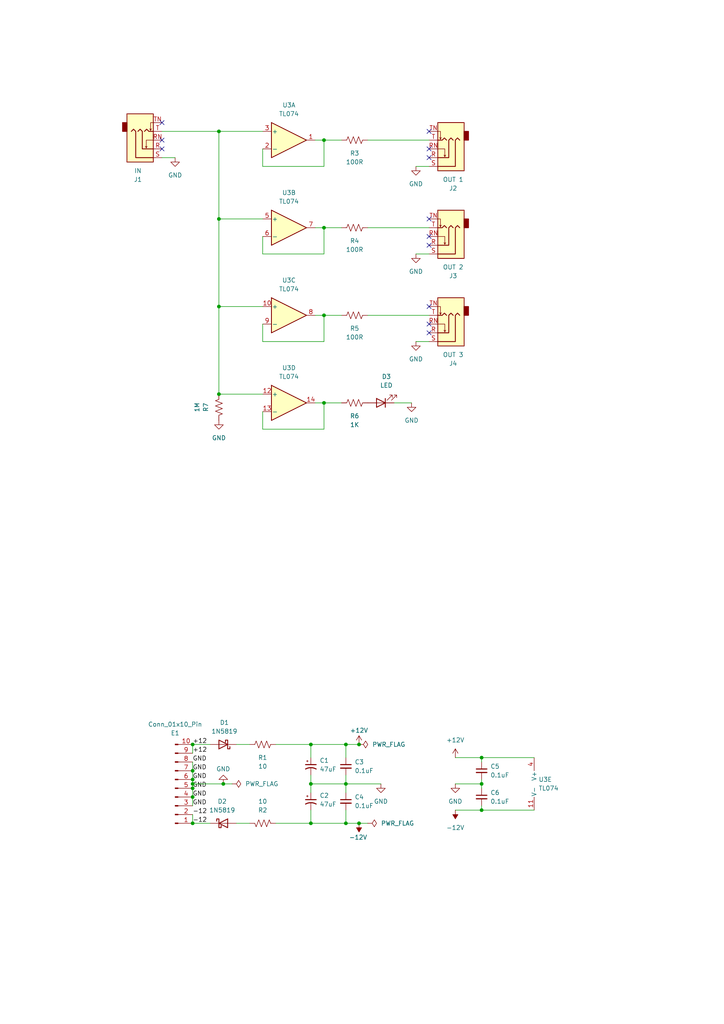
<source format=kicad_sch>
(kicad_sch (version 20250114) (generator "eeschema") (generator_version "9.0")
  (paper "A4" portrait)
  (lib_symbols
    (symbol "Amplifier_Operational:TL074" (pin_names (offset 0.127))
      (property "Reference" "U" (at 0 5.08 0))
      (property "Value" "TL074" (at 0 -5.08 0))
      (symbol "TL074_1_1"
        (polyline (pts (xy -5.08 5.08) (xy 5.08 0) (xy -5.08 -5.08) (xy -5.08 5.08)) (stroke (width 0.254)) (fill (type background)))
        (pin input line (at -7.62 2.54 0) (length 2.54) (name "+") (number "3"))
        (pin input line (at -7.62 -2.54 0) (length 2.54) (name "-") (number "2"))
        (pin output line (at 7.62 0 180) (length 2.54) (name "~") (number "1"))
      )
      (symbol "TL074_2_1"
        (polyline (pts (xy -5.08 5.08) (xy 5.08 0) (xy -5.08 -5.08) (xy -5.08 5.08)) (stroke (width 0.254)) (fill (type background)))
        (pin input line (at -7.62 2.54 0) (length 2.54) (name "+") (number "5"))
        (pin input line (at -7.62 -2.54 0) (length 2.54) (name "-") (number "6"))
        (pin output line (at 7.62 0 180) (length 2.54) (name "~") (number "7"))
      )
      (symbol "TL074_3_1"
        (polyline (pts (xy -5.08 5.08) (xy 5.08 0) (xy -5.08 -5.08) (xy -5.08 5.08)) (stroke (width 0.254)) (fill (type background)))
        (pin input line (at -7.62 2.54 0) (length 2.54) (name "+") (number "10"))
        (pin input line (at -7.62 -2.54 0) (length 2.54) (name "-") (number "9"))
        (pin output line (at 7.62 0 180) (length 2.54) (name "~") (number "8"))
      )
      (symbol "TL074_4_1"
        (polyline (pts (xy -5.08 5.08) (xy 5.08 0) (xy -5.08 -5.08) (xy -5.08 5.08)) (stroke (width 0.254)) (fill (type background)))
        (pin input line (at -7.62 2.54 0) (length 2.54) (name "+") (number "12"))
        (pin input line (at -7.62 -2.54 0) (length 2.54) (name "-") (number "13"))
        (pin output line (at 7.62 0 180) (length 2.54) (name "~") (number "14"))
      )
      (symbol "TL074_5_1"
        (pin power_in line (at -2.54 7.62 270) (length 3.81) (name "V+") (number "4"))
        (pin power_in line (at -2.54 -7.62 90) (length 3.81) (name "V-") (number "11"))
      )
    )
    (symbol "Connector:Conn_01x10_Pin" (pin_names (offset 1.016) (hide yes))
      (property "Reference" "J" (at 0 12.7 0))
      (property "Value" "Conn_01x10_Pin" (at 0 -15.24 0))
      (symbol "Conn_01x10_Pin_1_1"
        (rectangle (start 0.8636 10.287) (end 0 10.033) (stroke (width 0.1524)) (fill (type outline)))
        (rectangle (start 0.8636 7.747) (end 0 7.493) (stroke (width 0.1524)) (fill (type outline)))
        (rectangle (start 0.8636 5.207) (end 0 4.953) (stroke (width 0.1524)) (fill (type outline)))
        (rectangle (start 0.8636 2.667) (end 0 2.413) (stroke (width 0.1524)) (fill (type outline)))
        (rectangle (start 0.8636 0.127) (end 0 -0.127) (stroke (width 0.1524)) (fill (type outline)))
        (rectangle (start 0.8636 -2.413) (end 0 -2.667) (stroke (width 0.1524)) (fill (type outline)))
        (rectangle (start 0.8636 -4.953) (end 0 -5.207) (stroke (width 0.1524)) (fill (type outline)))
        (rectangle (start 0.8636 -7.493) (end 0 -7.747) (stroke (width 0.1524)) (fill (type outline)))
        (rectangle (start 0.8636 -10.033) (end 0 -10.287) (stroke (width 0.1524)) (fill (type outline)))
        (rectangle (start 0.8636 -12.573) (end 0 -12.827) (stroke (width 0.1524)) (fill (type outline)))
        (polyline (pts (xy 1.27 10.16) (xy 0.8636 10.16)) (stroke (width 0.1524)))
        (polyline (pts (xy 1.27 7.62) (xy 0.8636 7.62)) (stroke (width 0.1524)))
        (polyline (pts (xy 1.27 5.08) (xy 0.8636 5.08)) (stroke (width 0.1524)))
        (polyline (pts (xy 1.27 2.54) (xy 0.8636 2.54)) (stroke (width 0.1524)))
        (polyline (pts (xy 1.27 0) (xy 0.8636 0)) (stroke (width 0.1524)))
        (polyline (pts (xy 1.27 -2.54) (xy 0.8636 -2.54)) (stroke (width 0.1524)))
        (polyline (pts (xy 1.27 -5.08) (xy 0.8636 -5.08)) (stroke (width 0.1524)))
        (polyline (pts (xy 1.27 -7.62) (xy 0.8636 -7.62)) (stroke (width 0.1524)))
        (polyline (pts (xy 1.27 -10.16) (xy 0.8636 -10.16)) (stroke (width 0.1524)))
        (polyline (pts (xy 1.27 -12.7) (xy 0.8636 -12.7)) (stroke (width 0.1524)))
        (pin passive line (at 5.08 10.16 180) (length 3.81) (name "Pin_1") (number "1"))
        (pin passive line (at 5.08 7.62 180) (length 3.81) (name "Pin_2") (number "2"))
        (pin passive line (at 5.08 5.08 180) (length 3.81) (name "Pin_3") (number "3"))
        (pin passive line (at 5.08 2.54 180) (length 3.81) (name "Pin_4") (number "4"))
        (pin passive line (at 5.08 0 180) (length 3.81) (name "Pin_5") (number "5"))
        (pin passive line (at 5.08 -2.54 180) (length 3.81) (name "Pin_6") (number "6"))
        (pin passive line (at 5.08 -5.08 180) (length 3.81) (name "Pin_7") (number "7"))
        (pin passive line (at 5.08 -7.62 180) (length 3.81) (name "Pin_8") (number "8"))
        (pin passive line (at 5.08 -10.16 180) (length 3.81) (name "Pin_9") (number "9"))
        (pin passive line (at 5.08 -12.7 180) (length 3.81) (name "Pin_10") (number "10"))
      )
    )
    (symbol "Connector_Audio:AudioJack3_SwitchTR"
      (property "Reference" "J" (at 0 8.89 0))
      (property "Value" "AudioJack3_SwitchTR" (at 0 6.35 0))
      (symbol "AudioJack3_SwitchTR_0_1"
        (rectangle (start -5.08 -5.08) (end -6.35 -7.62) (stroke (width 0.254)) (fill (type outline)))
        (polyline (pts (xy -1.905 -5.08) (xy -1.27 -5.715) (xy -0.635 -5.08) (xy -0.635 0) (xy 2.54 0)) (stroke (width 0.254)))
        (polyline (pts (xy 0 -5.08) (xy 0.635 -5.715) (xy 1.27 -5.08) (xy 2.54 -5.08)) (stroke (width 0.254)))
        (polyline (pts (xy 0.508 -0.254) (xy 0.762 -0.762)))
        (polyline (pts (xy 1.778 -5.334) (xy 2.032 -5.842)))
        (rectangle (start 2.54 3.81) (end -5.08 -10.16) (stroke (width 0.254)) (fill (type background)))
        (polyline (pts (xy 2.54 2.54) (xy -2.54 2.54) (xy -2.54 -5.08) (xy -3.175 -5.715) (xy -3.81 -5.08)) (stroke (width 0.254)))
        (polyline (pts (xy 2.54 -2.54) (xy 0.508 -2.54) (xy 0.508 -0.254) (xy 0.254 -0.762)))
        (polyline (pts (xy 2.54 -7.62) (xy 1.778 -7.62) (xy 1.778 -5.334) (xy 1.524 -5.842)))
      )
      (symbol "AudioJack3_SwitchTR_1_1"
        (pin passive line (at 5.08 2.54 180) (length 2.54) (name "~") (number "S"))
        (pin passive line (at 5.08 0 180) (length 2.54) (name "~") (number "R"))
        (pin passive line (at 5.08 -2.54 180) (length 2.54) (name "~") (number "RN"))
        (pin passive line (at 5.08 -5.08 180) (length 2.54) (name "~") (number "T"))
        (pin passive line (at 5.08 -7.62 180) (length 2.54) (name "~") (number "TN"))
      )
    )
    (symbol "Device:C_Polarized_Small_US" (pin_numbers (hide yes)) (pin_names (offset 0.254) (hide yes))
      (property "Reference" "C" (at 0.254 1.778 0))
      (property "Value" "C_Polarized_Small_US" (at 0.254 -2.032 0))
      (symbol "C_Polarized_Small_US_0_1"
        (polyline (pts (xy -1.524 0.508) (xy 1.524 0.508)) (stroke (width 0.3048)))
        (polyline (pts (xy -1.27 1.524) (xy -0.762 1.524)))
        (polyline (pts (xy -1.016 1.27) (xy -1.016 1.778)))
        (arc (start -1.524 -0.762) (mid 0 -0.3734) (end 1.524 -0.762) (stroke (width 0.3048)))
      )
      (symbol "C_Polarized_Small_US_1_1"
        (pin passive line (at 0 2.54 270) (length 2.032) (name "~") (number "1"))
        (pin passive line (at 0 -2.54 90) (length 2.032) (name "~") (number "2"))
      )
    )
    (symbol "Device:C_Small" (pin_numbers (hide yes)) (pin_names (offset 0.254) (hide yes))
      (property "Reference" "C" (at 0.254 1.778 0))
      (property "Value" "C_Small" (at 0.254 -2.032 0))
      (symbol "C_Small_0_1"
        (polyline (pts (xy -1.524 0.508) (xy 1.524 0.508)) (stroke (width 0.3048)))
        (polyline (pts (xy -1.524 -0.508) (xy 1.524 -0.508)) (stroke (width 0.3302)))
      )
      (symbol "C_Small_1_1"
        (pin passive line (at 0 2.54 270) (length 2.032) (name "~") (number "1"))
        (pin passive line (at 0 -2.54 90) (length 2.032) (name "~") (number "2"))
      )
    )
    (symbol "Device:LED" (pin_numbers (hide yes)) (pin_names (offset 1.016) (hide yes))
      (property "Reference" "D" (at 0 2.54 0))
      (property "Value" "LED" (at 0 -2.54 0))
      (symbol "LED_0_1"
        (polyline (pts (xy -3.048 -0.762) (xy -4.572 -2.286) (xy -3.81 -2.286) (xy -4.572 -2.286) (xy -4.572 -1.524)))
        (polyline (pts (xy -1.778 -0.762) (xy -3.302 -2.286) (xy -2.54 -2.286) (xy -3.302 -2.286) (xy -3.302 -1.524)))
        (polyline (pts (xy -1.27 0) (xy 1.27 0)))
        (polyline (pts (xy -1.27 -1.27) (xy -1.27 1.27)) (stroke (width 0.254)))
        (polyline (pts (xy 1.27 -1.27) (xy 1.27 1.27) (xy -1.27 0) (xy 1.27 -1.27)) (stroke (width 0.254)))
      )
      (symbol "LED_1_1"
        (pin passive line (at -3.81 0 0) (length 2.54) (name "K") (number "1"))
        (pin passive line (at 3.81 0 180) (length 2.54) (name "A") (number "2"))
      )
    )
    (symbol "Device:R_US" (pin_numbers (hide yes)) (pin_names (offset 0))
      (property "Reference" "R" (at 2.54 0 90))
      (property "Value" "R_US" (at -2.54 0 90))
      (symbol "R_US_0_1"
        (polyline (pts (xy 0 2.286) (xy 0 2.54)))
        (polyline (pts (xy 0 2.286) (xy 1.016 1.905) (xy 0 1.524) (xy -1.016 1.143) (xy 0 0.762)))
        (polyline (pts (xy 0 0.762) (xy 1.016 0.381) (xy 0 0) (xy -1.016 -0.381) (xy 0 -0.762)))
        (polyline (pts (xy 0 -0.762) (xy 1.016 -1.143) (xy 0 -1.524) (xy -1.016 -1.905) (xy 0 -2.286)))
        (polyline (pts (xy 0 -2.286) (xy 0 -2.54)))
      )
      (symbol "R_US_1_1"
        (pin passive line (at 0 3.81 270) (length 1.27) (name "~") (number "1"))
        (pin passive line (at 0 -3.81 90) (length 1.27) (name "~") (number "2"))
      )
    )
    (symbol "Diode:1N5819" (pin_numbers (hide yes)) (pin_names (offset 1.016) (hide yes))
      (property "Reference" "D" (at 0 2.54 0))
      (property "Value" "1N5819" (at 0 -2.54 0))
      (symbol "1N5819_0_1"
        (polyline (pts (xy -1.905 0.635) (xy -1.905 1.27) (xy -1.27 1.27) (xy -1.27 -1.27) (xy -0.635 -1.27) (xy -0.635 -0.635)) (stroke (width 0.254)))
        (polyline (pts (xy 1.27 1.27) (xy 1.27 -1.27) (xy -1.27 0) (xy 1.27 1.27)) (stroke (width 0.254)))
        (polyline (pts (xy 1.27 0) (xy -1.27 0)))
      )
      (symbol "1N5819_1_1"
        (pin passive line (at -3.81 0 0) (length 2.54) (name "K") (number "1"))
        (pin passive line (at 3.81 0 180) (length 2.54) (name "A") (number "2"))
      )
    )
    (symbol "power:+12V" (power) (pin_numbers (hide yes)) (pin_names (offset 0) (hide yes))
      (property "Value" "+12V" (at 0 3.556 0))
      (symbol "+12V_0_1"
        (polyline (pts (xy -0.762 1.27) (xy 0 2.54)))
        (polyline (pts (xy 0 2.54) (xy 0.762 1.27)))
        (polyline (pts (xy 0 0) (xy 0 2.54)))
      )
      (symbol "+12V_1_1"
        (pin power_in line (at 0 0 90) (length 0) (name "~") (number "1"))
      )
    )
    (symbol "power:-12V" (power) (pin_numbers (hide yes)) (pin_names (offset 0) (hide yes))
      (property "Value" "-12V" (at 0 3.556 0))
      (symbol "-12V_0_0"
        (pin power_in line (at 0 0 90) (length 0) (name "~") (number "1"))
      )
      (symbol "-12V_0_1"
        (polyline (pts (xy 0 0) (xy 0 1.27) (xy 0.762 1.27) (xy 0 2.54) (xy -0.762 1.27) (xy 0 1.27)) (fill (type outline)))
      )
    )
    (symbol "power:GND" (power) (pin_numbers (hide yes)) (pin_names (offset 0) (hide yes))
      (property "Value" "GND" (at 0 -3.81 0))
      (symbol "GND_0_1"
        (polyline (pts (xy 0 0) (xy 0 -1.27) (xy 1.27 -1.27) (xy 0 -2.54) (xy -1.27 -1.27) (xy 0 -1.27)))
      )
      (symbol "GND_1_1"
        (pin power_in line (at 0 0 270) (length 0) (name "~") (number "1"))
      )
    )
    (symbol "power:PWR_FLAG" (power) (pin_numbers (hide yes)) (pin_names (offset 0) (hide yes))
      (property "Value" "PWR_FLAG" (at 0 3.81 0))
      (symbol "PWR_FLAG_0_0"
        (pin power_out line (at 0 0 90) (length 0) (name "~") (number "1"))
      )
      (symbol "PWR_FLAG_0_1"
        (polyline (pts (xy 0 0) (xy 0 1.27) (xy -1.016 1.905) (xy 0 2.54) (xy 1.016 1.905) (xy 0 1.27)))
      )
    )
  )
  (junction (at 55.88 226.06))
  (junction (at 55.88 228.6))
  (junction (at 90.17 215.9))
  (junction (at 93.98 40.64))
  (junction (at 55.88 231.14))
  (junction (at 139.7 227.33))
  (junction (at 100.33 215.9))
  (junction (at 55.88 227.33))
  (junction (at 64.77 227.33))
  (junction (at 104.14 215.9))
  (junction (at 139.7 234.95))
  (junction (at 100.33 227.33))
  (junction (at 90.17 238.76))
  (junction (at 90.17 227.33))
  (junction (at 63.5 114.3))
  (junction (at 139.7 219.71))
  (junction (at 55.88 238.76))
  (junction (at 93.98 91.44))
  (junction (at 55.88 223.52))
  (junction (at 93.98 66.04))
  (junction (at 93.98 116.84))
  (junction (at 63.5 38.1))
  (junction (at 104.14 238.76))
  (junction (at 100.33 238.76))
  (junction (at 63.5 88.9))
  (junction (at 63.5 63.5))
  (junction (at 55.88 215.9))
  (no_connect (at 124.46 63.5))
  (no_connect (at 124.46 93.98))
  (no_connect (at 124.46 45.72))
  (no_connect (at 46.99 43.18))
  (no_connect (at 124.46 71.12))
  (no_connect (at 124.46 96.52))
  (no_connect (at 46.99 35.56))
  (no_connect (at 124.46 38.1))
  (no_connect (at 46.99 40.64))
  (no_connect (at 124.46 88.9))
  (no_connect (at 124.46 68.58))
  (no_connect (at 124.46 43.18))
  (wire (pts (xy 100.33 227.33) (xy 100.33 229.87)))
  (wire (pts (xy 76.2 63.5) (xy 63.5 63.5)))
  (wire (pts (xy 100.33 215.9) (xy 100.33 219.71)))
  (wire (pts (xy 139.7 234.95) (xy 154.94 234.95)))
  (wire (pts (xy 99.06 116.84) (xy 93.98 116.84)))
  (wire (pts (xy 63.5 114.3) (xy 76.2 114.3)))
  (wire (pts (xy 76.2 93.98) (xy 76.2 99.06)))
  (wire (pts (xy 55.88 226.06) (xy 55.88 223.52)))
  (wire (pts (xy 80.01 238.76) (xy 90.17 238.76)))
  (wire (pts (xy 90.17 234.95) (xy 90.17 238.76)))
  (wire (pts (xy 100.33 238.76) (xy 104.14 238.76)))
  (wire (pts (xy 68.58 215.9) (xy 72.39 215.9)))
  (wire (pts (xy 55.88 227.33) (xy 55.88 228.6)))
  (wire (pts (xy 55.88 215.9) (xy 60.96 215.9)))
  (wire (pts (xy 139.7 233.68) (xy 139.7 234.95)))
  (wire (pts (xy 55.88 238.76) (xy 55.88 236.22)))
  (wire (pts (xy 76.2 99.06) (xy 93.98 99.06)))
  (wire (pts (xy 106.68 66.04) (xy 124.46 66.04)))
  (wire (pts (xy 90.17 215.9) (xy 90.17 219.71)))
  (wire (pts (xy 46.99 45.72) (xy 50.8 45.72)))
  (wire (pts (xy 104.14 238.76) (xy 106.68 238.76)))
  (wire (pts (xy 100.33 215.9) (xy 104.14 215.9)))
  (wire (pts (xy 139.7 226.06) (xy 139.7 227.33)))
  (wire (pts (xy 90.17 215.9) (xy 100.33 215.9)))
  (wire (pts (xy 132.08 227.33) (xy 139.7 227.33)))
  (wire (pts (xy 76.2 43.18) (xy 76.2 48.26)))
  (wire (pts (xy 99.06 40.64) (xy 93.98 40.64)))
  (wire (pts (xy 99.06 91.44) (xy 93.98 91.44)))
  (wire (pts (xy 63.5 88.9) (xy 76.2 88.9)))
  (wire (pts (xy 124.46 73.66) (xy 120.65 73.66)))
  (wire (pts (xy 139.7 227.33) (xy 139.7 228.6)))
  (wire (pts (xy 139.7 219.71) (xy 154.94 219.71)))
  (wire (pts (xy 68.58 238.76) (xy 72.39 238.76)))
  (wire (pts (xy 55.88 233.68) (xy 55.88 231.14)))
  (wire (pts (xy 80.01 215.9) (xy 90.17 215.9)))
  (wire (pts (xy 139.7 219.71) (xy 139.7 220.98)))
  (wire (pts (xy 93.98 116.84) (xy 91.44 116.84)))
  (wire (pts (xy 132.08 219.71) (xy 139.7 219.71)))
  (wire (pts (xy 90.17 227.33) (xy 100.33 227.33)))
  (wire (pts (xy 55.88 231.14) (xy 55.88 228.6)))
  (wire (pts (xy 55.88 238.76) (xy 60.96 238.76)))
  (wire (pts (xy 90.17 238.76) (xy 100.33 238.76)))
  (wire (pts (xy 100.33 224.79) (xy 100.33 227.33)))
  (wire (pts (xy 46.99 38.1) (xy 63.5 38.1)))
  (wire (pts (xy 55.88 218.44) (xy 55.88 215.9)))
  (wire (pts (xy 106.68 91.44) (xy 124.46 91.44)))
  (wire (pts (xy 76.2 68.58) (xy 76.2 73.66)))
  (wire (pts (xy 76.2 119.38) (xy 76.2 124.46)))
  (wire (pts (xy 132.08 234.95) (xy 139.7 234.95)))
  (wire (pts (xy 90.17 224.79) (xy 90.17 227.33)))
  (wire (pts (xy 99.06 66.04) (xy 93.98 66.04)))
  (wire (pts (xy 55.88 226.06) (xy 55.88 227.33)))
  (wire (pts (xy 124.46 99.06) (xy 120.65 99.06)))
  (wire (pts (xy 63.5 63.5) (xy 63.5 88.9)))
  (wire (pts (xy 124.46 48.26) (xy 120.65 48.26)))
  (wire (pts (xy 106.68 40.64) (xy 124.46 40.64)))
  (wire (pts (xy 63.5 38.1) (xy 76.2 38.1)))
  (wire (pts (xy 114.3 116.84) (xy 119.38 116.84)))
  (wire (pts (xy 93.98 66.04) (xy 93.98 73.66)))
  (wire (pts (xy 93.98 91.44) (xy 93.98 99.06)))
  (wire (pts (xy 100.33 234.95) (xy 100.33 238.76)))
  (wire (pts (xy 93.98 91.44) (xy 91.44 91.44)))
  (wire (pts (xy 63.5 88.9) (xy 63.5 114.3)))
  (wire (pts (xy 76.2 124.46) (xy 93.98 124.46)))
  (wire (pts (xy 64.77 227.33) (xy 67.31 227.33)))
  (wire (pts (xy 63.5 38.1) (xy 63.5 63.5)))
  (wire (pts (xy 90.17 227.33) (xy 90.17 229.87)))
  (wire (pts (xy 93.98 66.04) (xy 91.44 66.04)))
  (wire (pts (xy 100.33 227.33) (xy 110.49 227.33)))
  (wire (pts (xy 76.2 48.26) (xy 93.98 48.26)))
  (wire (pts (xy 55.88 223.52) (xy 55.88 220.98)))
  (wire (pts (xy 93.98 48.26) (xy 93.98 40.64)))
  (wire (pts (xy 93.98 40.64) (xy 91.44 40.64)))
  (wire (pts (xy 76.2 73.66) (xy 93.98 73.66)))
  (wire (pts (xy 55.88 227.33) (xy 64.77 227.33)))
  (wire (pts (xy 93.98 124.46) (xy 93.98 116.84)))
  (label "+12" (at 55.88 218.44 0))
  (label "GND" (at 55.88 223.52 0))
  (label "GND" (at 55.88 220.98 0))
  (label "+12" (at 55.88 215.9 0))
  (label "GND" (at 55.88 228.6 0))
  (label "GND" (at 55.88 231.14 0))
  (label "-12" (at 55.88 236.22 0))
  (label "GND" (at 55.88 226.06 0))
  (label "GND" (at 55.88 233.68 0))
  (label "-12" (at 55.88 238.76 0))
  (symbol (lib_id "power:+12V") (at 104.14 215.9 0) (mirror y) (unit 1)
    (property "Reference" "#PWR02" (effects (hide yes)))
    (property "Value" "+12V" (at 104.14 211.836 0))
    (property "Description" "Power symbol creates a global label with name \"+12V\"" (effects (hide yes)))
  )
  (symbol (lib_id "Device:R_US") (at 102.87 40.64 90) (unit 1)
    (property "Reference" "R3" (at 102.87 44.45 90))
    (property "Value" "100R" (at 102.87 46.99 90))
    (property "Footprint" "AO_tht:R_Axial_DIN0207_L6.3mm_D2.5mm_P10.16mm_Horizontal" (effects (hide yes)))
    (property "Description" "Resistor, US symbol" (effects (hide yes)))
  )
  (symbol (lib_id "power:GND") (at 120.65 99.06 0) (mirror y) (unit 1)
    (property "Reference" "#PWR013" (effects (hide yes)))
    (property "Value" "GND" (at 120.65 104.14 0))
    (property "Description" "Power symbol creates a global label with name \"GND\" , ground" (effects (hide yes)))
  )
  (symbol (lib_id "power:PWR_FLAG") (at 67.31 227.33 270) (mirror x) (unit 1)
    (property "Reference" "#FLG01" (effects (hide yes)))
    (property "Value" "PWR_FLAG" (at 71.12 227.3301 90) (effects (justify left)))
    (property "Description" "Special symbol for telling ERC where power comes from" (effects (hide yes)))
  )
  (symbol (lib_id "Device:C_Small") (at 139.7 223.52 0) (unit 1)
    (property "Reference" "C5" (at 142.24 222.2562 0) (effects (justify left)))
    (property "Value" "0.1uF" (at 142.24 224.7962 0) (effects (justify left)))
    (property "Footprint" "AO_tht:C_Disc_D3.0mm_W1.6mm_P2.50mm" (effects (hide yes)))
    (property "Description" "Unpolarized capacitor, small symbol" (effects (hide yes)))
  )
  (symbol (lib_id "power:PWR_FLAG") (at 106.68 238.76 270) (mirror x) (unit 1)
    (property "Reference" "#FLG03" (effects (hide yes)))
    (property "Value" "PWR_FLAG" (at 110.49 238.7601 90) (effects (justify left)))
    (property "Description" "Special symbol for telling ERC where power comes from" (effects (hide yes)))
  )
  (symbol (lib_id "power:+12V") (at 132.08 219.71 0) (unit 1)
    (property "Reference" "#PWR05" (effects (hide yes)))
    (property "Value" "+12V" (at 132.08 214.63 0))
    (property "Description" "Power symbol creates a global label with name \"+12V\"" (effects (hide yes)))
  )
  (symbol (lib_id "Device:C_Small") (at 100.33 222.25 0) (unit 1)
    (property "Reference" "C3" (at 102.87 220.9862 0) (effects (justify left)))
    (property "Value" "0.1uF" (at 102.87 223.5262 0) (effects (justify left)))
    (property "Footprint" "AO_tht:C_Disc_D3.0mm_W1.6mm_P2.50mm" (effects (hide yes)))
    (property "Description" "Unpolarized capacitor, small symbol" (effects (hide yes)))
  )
  (symbol (lib_id "Amplifier_Operational:TL074") (at 83.82 40.64 0) (unit 1)
    (property "Reference" "U3" (at 83.82 30.48 0))
    (property "Value" "TL074" (at 83.82 33.02 0))
    (property "Footprint" "Package_DIP:DIP-14_W7.62mm" (effects (hide yes)))
    (property "Datasheet" "http://www.ti.com/lit/ds/symlink/tl071.pdf" (effects (hide yes)))
    (property "Description" "Quad Low-Noise JFET-Input Operational Amplifiers, DIP-14/SOIC-14" (effects (hide yes)))
  )
  (symbol (lib_id "Diode:1N5819") (at 64.77 215.9 180) (unit 1)
    (property "Reference" "D1" (at 65.0875 209.55 0))
    (property "Value" "1N5819" (at 65.0875 212.09 0))
    (property "Footprint" "Diode_THT:D_DO-41_SOD81_P10.16mm_Horizontal" (effects (hide yes)))
    (property "Datasheet" "http://www.vishay.com/docs/88525/1n5817.pdf" (effects (hide yes)))
    (property "Description" "40V 1A Schottky Barrier Rectifier Diode, DO-41" (effects (hide yes)))
  )
  (symbol (lib_id "Device:R_US") (at 102.87 66.04 90) (unit 1)
    (property "Reference" "R4" (at 102.87 69.85 90))
    (property "Value" "100R" (at 102.87 72.39 90))
    (property "Footprint" "AO_tht:R_Axial_DIN0207_L6.3mm_D2.5mm_P10.16mm_Horizontal" (effects (hide yes)))
    (property "Description" "Resistor, US symbol" (effects (hide yes)))
  )
  (symbol (lib_id "Device:C_Small") (at 100.33 232.41 0) (unit 1)
    (property "Reference" "C4" (at 102.87 231.1462 0) (effects (justify left)))
    (property "Value" "0.1uF" (at 102.87 233.6862 0) (effects (justify left)))
    (property "Footprint" "AO_tht:C_Disc_D3.0mm_W1.6mm_P2.50mm" (effects (hide yes)))
    (property "Description" "Unpolarized capacitor, small symbol" (effects (hide yes)))
  )
  (symbol (lib_id "power:GND") (at 120.65 73.66 0) (mirror y) (unit 1)
    (property "Reference" "#PWR011" (effects (hide yes)))
    (property "Value" "GND" (at 120.65 78.74 0))
    (property "Description" "Power symbol creates a global label with name \"GND\" , ground" (effects (hide yes)))
  )
  (symbol (lib_id "Device:R_US") (at 102.87 116.84 90) (unit 1)
    (property "Reference" "R6" (at 102.87 120.65 90))
    (property "Value" "1K" (at 102.87 123.19 90))
    (property "Footprint" "AO_tht:R_Axial_DIN0207_L6.3mm_D2.5mm_P10.16mm_Horizontal" (effects (hide yes)))
    (property "Description" "Resistor, US symbol" (effects (hide yes)))
  )
  (symbol (lib_id "Amplifier_Operational:TL074") (at 83.82 91.44 0) (unit 3)
    (property "Reference" "U3" (at 83.82 81.28 0))
    (property "Value" "TL074" (at 83.82 83.82 0))
    (property "Footprint" "Package_DIP:DIP-14_W7.62mm" (effects (hide yes)))
    (property "Datasheet" "http://www.ti.com/lit/ds/symlink/tl071.pdf" (effects (hide yes)))
    (property "Description" "Quad Low-Noise JFET-Input Operational Amplifiers, DIP-14/SOIC-14" (effects (hide yes)))
  )
  (symbol (lib_id "power:-12V") (at 104.14 238.76 0) (mirror x) (unit 1)
    (property "Reference" "#PWR03" (effects (hide yes)))
    (property "Value" "-12V" (at 103.886 242.824 0))
    (property "Description" "Power symbol creates a global label with name \"-12V\"" (effects (hide yes)))
  )
  (symbol (lib_id "power:GND") (at 63.5 121.92 0) (mirror y) (unit 1)
    (property "Reference" "#PWR010" (effects (hide yes)))
    (property "Value" "GND" (at 63.5 127 0))
    (property "Description" "Power symbol creates a global label with name \"GND\" , ground" (effects (hide yes)))
  )
  (symbol (lib_id "power:-12V") (at 132.08 234.95 180) (unit 1)
    (property "Reference" "#PWR07" (effects (hide yes)))
    (property "Value" "-12V" (at 132.08 240.03 0))
    (property "Description" "Power symbol creates a global label with name \"-12V\"" (effects (hide yes)))
  )
  (symbol (lib_id "power:GND") (at 132.08 227.33 0) (unit 1)
    (property "Reference" "#PWR06" (effects (hide yes)))
    (property "Value" "GND" (at 132.08 232.41 0))
    (property "Description" "Power symbol creates a global label with name \"GND\" , ground" (effects (hide yes)))
  )
  (symbol (lib_id "Amplifier_Operational:TL074") (at 83.82 116.84 0) (unit 4)
    (property "Reference" "U3" (at 83.82 106.68 0))
    (property "Value" "TL074" (at 83.82 109.22 0))
    (property "Footprint" "Package_DIP:DIP-14_W7.62mm" (effects (hide yes)))
    (property "Datasheet" "http://www.ti.com/lit/ds/symlink/tl071.pdf" (effects (hide yes)))
    (property "Description" "Quad Low-Noise JFET-Input Operational Amplifiers, DIP-14/SOIC-14" (effects (hide yes)))
  )
  (symbol (lib_id "Device:R_US") (at 63.5 118.11 0) (mirror x) (unit 1)
    (property "Reference" "R7" (at 59.69 118.11 90))
    (property "Value" "1M" (at 57.15 118.11 90))
    (property "Footprint" "AO_tht:R_Axial_DIN0207_L6.3mm_D2.5mm_P10.16mm_Horizontal" (effects (hide yes)))
    (property "Description" "Resistor, US symbol" (effects (hide yes)))
  )
  (symbol (lib_id "Connector_Audio:AudioJack3_SwitchTR") (at 129.54 96.52 180) (unit 1)
    (property "Reference" "J4" (at 131.445 105.41 0))
    (property "Value" "OUT 3" (at 131.445 102.87 0))
    (property "Footprint" "AO_tht:Jack_6.35mm_PJ_629HAN" (effects (hide yes)))
    (property "Description" "Audio Jack, 3 Poles (Stereo / TRS), Switched TR Poles (Normalling)" (effects (hide yes)))
  )
  (symbol (lib_id "power:GND") (at 120.65 48.26 0) (mirror y) (unit 1)
    (property "Reference" "#PWR012" (effects (hide yes)))
    (property "Value" "GND" (at 120.65 53.34 0))
    (property "Description" "Power symbol creates a global label with name \"GND\" , ground" (effects (hide yes)))
  )
  (symbol (lib_id "power:GND") (at 119.38 116.84 0) (unit 1)
    (property "Reference" "#PWR08" (effects (hide yes)))
    (property "Value" "GND" (at 119.38 121.92 0))
    (property "Description" "Power symbol creates a global label with name \"GND\" , ground" (effects (hide yes)))
  )
  (symbol (lib_id "power:PWR_FLAG") (at 104.14 215.9 270) (mirror x) (unit 1)
    (property "Reference" "#FLG02" (effects (hide yes)))
    (property "Value" "PWR_FLAG" (at 107.95 215.9001 90) (effects (justify left)))
    (property "Description" "Special symbol for telling ERC where power comes from" (effects (hide yes)))
  )
  (symbol (lib_id "Device:R_US") (at 76.2 215.9 90) (unit 1)
    (property "Reference" "R1" (at 76.2 219.71 90))
    (property "Value" "10" (at 76.2 222.25 90))
    (property "Footprint" "AO_tht:R_Axial_DIN0207_L6.3mm_D2.5mm_P10.16mm_Horizontal" (effects (hide yes)))
    (property "Description" "Resistor, US symbol" (effects (hide yes)))
  )
  (symbol (lib_id "Connector_Audio:AudioJack3_SwitchTR") (at 129.54 45.72 180) (unit 1)
    (property "Reference" "J2" (at 131.445 54.61 0))
    (property "Value" "OUT 1" (at 131.445 52.07 0))
    (property "Footprint" "AO_tht:Jack_6.35mm_PJ_629HAN" (effects (hide yes)))
    (property "Description" "Audio Jack, 3 Poles (Stereo / TRS), Switched TR Poles (Normalling)" (effects (hide yes)))
  )
  (symbol (lib_id "Amplifier_Operational:TL074") (at 83.82 66.04 0) (unit 2)
    (property "Reference" "U3" (at 83.82 55.88 0))
    (property "Value" "TL074" (at 83.82 58.42 0))
    (property "Footprint" "Package_DIP:DIP-14_W7.62mm" (effects (hide yes)))
    (property "Datasheet" "http://www.ti.com/lit/ds/symlink/tl071.pdf" (effects (hide yes)))
    (property "Description" "Quad Low-Noise JFET-Input Operational Amplifiers, DIP-14/SOIC-14" (effects (hide yes)))
  )
  (symbol (lib_id "power:GND") (at 110.49 227.33 0) (unit 1)
    (property "Reference" "#PWR04" (effects (hide yes)))
    (property "Value" "GND" (at 110.49 232.41 0))
    (property "Description" "Power symbol creates a global label with name \"GND\" , ground" (effects (hide yes)))
  )
  (symbol (lib_id "power:GND") (at 50.8 45.72 0) (unit 1)
    (property "Reference" "#PWR09" (effects (hide yes)))
    (property "Value" "GND" (at 50.8 50.8 0))
    (property "Description" "Power symbol creates a global label with name \"GND\" , ground" (effects (hide yes)))
  )
  (symbol (lib_id "Device:R_US") (at 76.2 238.76 90) (mirror x) (unit 1)
    (property "Reference" "R2" (at 76.2 234.95 90))
    (property "Value" "10" (at 76.2 232.41 90))
    (property "Footprint" "AO_tht:R_Axial_DIN0207_L6.3mm_D2.5mm_P10.16mm_Horizontal" (effects (hide yes)))
    (property "Description" "Resistor, US symbol" (effects (hide yes)))
  )
  (symbol (lib_id "Connector_Audio:AudioJack3_SwitchTR") (at 41.91 43.18 0) (mirror x) (unit 1)
    (property "Reference" "J1" (at 40.005 52.07 0))
    (property "Value" "IN" (at 40.005 49.53 0))
    (property "Footprint" "AO_tht:Jack_6.35mm_PJ_629HAN" (effects (hide yes)))
    (property "Description" "Audio Jack, 3 Poles (Stereo / TRS), Switched TR Poles (Normalling)" (effects (hide yes)))
  )
  (symbol (lib_id "Diode:1N5819") (at 64.77 238.76 0) (unit 1)
    (property "Reference" "D2" (at 64.4525 232.41 0))
    (property "Value" "1N5819" (at 64.4525 234.95 0))
    (property "Footprint" "Diode_THT:D_DO-41_SOD81_P10.16mm_Horizontal" (effects (hide yes)))
    (property "Datasheet" "http://www.vishay.com/docs/88525/1n5817.pdf" (effects (hide yes)))
    (property "Description" "40V 1A Schottky Barrier Rectifier Diode, DO-41" (effects (hide yes)))
  )
  (symbol (lib_id "Connector_Audio:AudioJack3_SwitchTR") (at 129.54 71.12 180) (unit 1)
    (property "Reference" "J3" (at 131.445 80.01 0))
    (property "Value" "OUT 2" (at 131.445 77.47 0))
    (property "Footprint" "AO_tht:Jack_6.35mm_PJ_629HAN" (effects (hide yes)))
    (property "Description" "Audio Jack, 3 Poles (Stereo / TRS), Switched TR Poles (Normalling)" (effects (hide yes)))
  )
  (symbol (lib_id "Device:LED") (at 110.49 116.84 180) (unit 1)
    (property "Reference" "D3" (at 112.0775 109.22 0))
    (property "Value" "LED" (at 112.0775 111.76 0))
    (property "Footprint" "AO_tht:LED_D5.0mm" (effects (hide yes)))
    (property "Description" "Light emitting diode" (effects (hide yes)))
  )
  (symbol (lib_id "Device:C_Polarized_Small_US") (at 90.17 232.41 0) (unit 1)
    (property "Reference" "C2" (at 92.71 230.7081 0) (effects (justify left)))
    (property "Value" "47uF" (at 92.71 233.2481 0) (effects (justify left)))
    (property "Footprint" "Capacitor_THT:CP_Radial_D5.0mm_P2.50mm" (effects (hide yes)))
    (property "Description" "Polarized capacitor, small US symbol" (effects (hide yes)))
  )
  (symbol (lib_id "power:GND") (at 64.77 227.33 0) (mirror x) (unit 1)
    (property "Reference" "#PWR01" (effects (hide yes)))
    (property "Value" "GND" (at 66.802 223.012 0) (effects (justify right)))
    (property "Description" "Power symbol creates a global label with name \"GND\" , ground" (effects (hide yes)))
  )
  (symbol (lib_id "Device:R_US") (at 102.87 91.44 90) (unit 1)
    (property "Reference" "R5" (at 102.87 95.25 90))
    (property "Value" "100R" (at 102.87 97.79 90))
    (property "Footprint" "AO_tht:R_Axial_DIN0207_L6.3mm_D2.5mm_P10.16mm_Horizontal" (effects (hide yes)))
    (property "Description" "Resistor, US symbol" (effects (hide yes)))
  )
  (symbol (lib_id "Device:C_Polarized_Small_US") (at 90.17 222.25 0) (unit 1)
    (property "Reference" "C1" (at 92.71 220.5481 0) (effects (justify left)))
    (property "Value" "47uF" (at 92.71 223.0881 0) (effects (justify left)))
    (property "Footprint" "Capacitor_THT:CP_Radial_D5.0mm_P2.50mm" (effects (hide yes)))
    (property "Description" "Polarized capacitor, small US symbol" (effects (hide yes)))
  )
  (symbol (lib_id "Amplifier_Operational:TL074") (at 157.48 227.33 0) (unit 5)
    (property "Reference" "U3" (at 156.21 226.0599 0) (effects (justify left)))
    (property "Value" "TL074" (at 156.21 228.5999 0) (effects (justify left)))
    (property "Footprint" "Package_DIP:DIP-14_W7.62mm" (effects (hide yes)))
    (property "Datasheet" "http://www.ti.com/lit/ds/symlink/tl071.pdf" (effects (hide yes)))
    (property "Description" "Quad Low-Noise JFET-Input Operational Amplifiers, DIP-14/SOIC-14" (effects (hide yes)))
  )
  (symbol (lib_id "Connector:Conn_01x10_Pin") (at 50.8 228.6 0) (mirror x) (unit 1)
    (property "Reference" "E1" (at 50.8 212.598 0))
    (property "Value" "Conn_01x10_Pin" (at 50.8 210.058 0))
    (property "Footprint" "4ms_Connector:Pins_2x05_2.54mm_TH_EurorackPower_Shrouded" (effects (hide yes)))
    (property "Description" "Generic connector, single row, 01x10, script generated" (effects (hide yes)))
  )
  (symbol (lib_id "Device:C_Small") (at 139.7 231.14 0) (unit 1)
    (property "Reference" "C6" (at 142.24 229.8762 0) (effects (justify left)))
    (property "Value" "0.1uF" (at 142.24 232.4162 0) (effects (justify left)))
    (property "Footprint" "AO_tht:C_Disc_D3.0mm_W1.6mm_P2.50mm" (effects (hide yes)))
    (property "Description" "Unpolarized capacitor, small symbol" (effects (hide yes)))
  )
)
</source>
